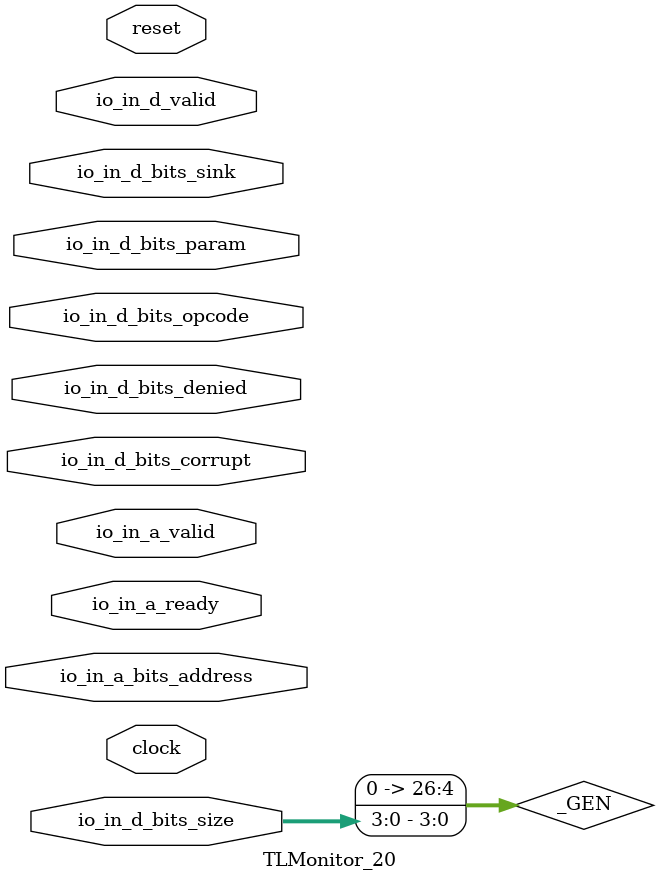
<source format=sv>
`ifndef RANDOMIZE
  `ifdef RANDOMIZE_REG_INIT
    `define RANDOMIZE
  `endif // RANDOMIZE_REG_INIT
`endif // not def RANDOMIZE
`ifndef RANDOMIZE
  `ifdef RANDOMIZE_MEM_INIT
    `define RANDOMIZE
  `endif // RANDOMIZE_MEM_INIT
`endif // not def RANDOMIZE

`ifndef RANDOM
  `define RANDOM $random
`endif // not def RANDOM

// Users can define 'PRINTF_COND' to add an extra gate to prints.
`ifndef PRINTF_COND_
  `ifdef PRINTF_COND
    `define PRINTF_COND_ (`PRINTF_COND)
  `else  // PRINTF_COND
    `define PRINTF_COND_ 1
  `endif // PRINTF_COND
`endif // not def PRINTF_COND_

// Users can define 'ASSERT_VERBOSE_COND' to add an extra gate to assert error printing.
`ifndef ASSERT_VERBOSE_COND_
  `ifdef ASSERT_VERBOSE_COND
    `define ASSERT_VERBOSE_COND_ (`ASSERT_VERBOSE_COND)
  `else  // ASSERT_VERBOSE_COND
    `define ASSERT_VERBOSE_COND_ 1
  `endif // ASSERT_VERBOSE_COND
`endif // not def ASSERT_VERBOSE_COND_

// Users can define 'STOP_COND' to add an extra gate to stop conditions.
`ifndef STOP_COND_
  `ifdef STOP_COND
    `define STOP_COND_ (`STOP_COND)
  `else  // STOP_COND
    `define STOP_COND_ 1
  `endif // STOP_COND
`endif // not def STOP_COND_

// Users can define INIT_RANDOM as general code that gets injected into the
// initializer block for modules with registers.
`ifndef INIT_RANDOM
  `define INIT_RANDOM
`endif // not def INIT_RANDOM

// If using random initialization, you can also define RANDOMIZE_DELAY to
// customize the delay used, otherwise 0.002 is used.
`ifndef RANDOMIZE_DELAY
  `define RANDOMIZE_DELAY 0.002
`endif // not def RANDOMIZE_DELAY

// Define INIT_RANDOM_PROLOG_ for use in our modules below.
`ifndef INIT_RANDOM_PROLOG_
  `ifdef RANDOMIZE
    `ifdef VERILATOR
      `define INIT_RANDOM_PROLOG_ `INIT_RANDOM
    `else  // VERILATOR
      `define INIT_RANDOM_PROLOG_ `INIT_RANDOM #`RANDOMIZE_DELAY begin end
    `endif // VERILATOR
  `else  // RANDOMIZE
    `define INIT_RANDOM_PROLOG_
  `endif // RANDOMIZE
`endif // not def INIT_RANDOM_PROLOG_

module TLMonitor_20(
  input        clock,
               reset,
               io_in_a_ready,
               io_in_a_valid,
  input [30:0] io_in_a_bits_address,
  input        io_in_d_valid,
  input [2:0]  io_in_d_bits_opcode,
  input [1:0]  io_in_d_bits_param,
  input [3:0]  io_in_d_bits_size,
  input        io_in_d_bits_sink,
               io_in_d_bits_denied,
               io_in_d_bits_corrupt
);

  wire [31:0] _plusarg_reader_1_out;	// @[PlusArg.scala:80:11]
  wire [31:0] _plusarg_reader_out;	// @[PlusArg.scala:80:11]
  wire        a_set = io_in_a_ready & io_in_a_valid;	// @[Decoupled.scala:51:35]
  reg  [8:0]  d_first_counter;	// @[Edges.scala:229:27]
  reg  [2:0]  opcode_1;	// @[Monitor.scala:535:22]
  reg  [1:0]  param_1;	// @[Monitor.scala:536:22]
  reg  [3:0]  size_1;	// @[Monitor.scala:537:22]
  reg         source_1;	// @[Monitor.scala:538:22]
  reg         sink;	// @[Monitor.scala:539:22]
  reg         denied;	// @[Monitor.scala:540:22]
  reg         inflight;	// @[Monitor.scala:611:27]
  reg  [3:0]  inflight_opcodes;	// @[Monitor.scala:613:35]
  reg  [7:0]  inflight_sizes;	// @[Monitor.scala:615:33]
  reg  [8:0]  d_first_counter_1;	// @[Edges.scala:229:27]
  wire        d_first_1 = d_first_counter_1 == 9'h0;	// @[Edges.scala:229:27, :231:25]
  wire        d_release_ack = io_in_d_bits_opcode == 3'h6;	// @[Monitor.scala:81:25, :670:46]
  reg  [31:0] watchdog;	// @[Monitor.scala:706:27]
  reg  [8:0]  d_first_counter_2;	// @[Edges.scala:229:27]
  wire        d_first_2 = d_first_counter_2 == 9'h0;	// @[Edges.scala:229:27, :231:25]
  wire [26:0] _GEN = {23'h0, io_in_d_bits_size};	// @[package.scala:235:71]
  wire [26:0] _d_first_beats1_decode_T_1 = 27'hFFF << _GEN;	// @[package.scala:235:71]
  wire [26:0] _d_first_beats1_decode_T_5 = 27'hFFF << _GEN;	// @[package.scala:235:71]
  wire [26:0] _d_first_beats1_decode_T_9 = 27'hFFF << _GEN;	// @[package.scala:235:71]
  wire        d_clr = io_in_d_valid & d_first_1 & ~d_release_ack;	// @[Edges.scala:231:25, Monitor.scala:670:46, :671:74, :675:72]
  wire        _T_1002 = io_in_d_valid & ~(|d_first_counter);	// @[Edges.scala:229:27, :231:25, Monitor.scala:549:20]
  always @(posedge clock) begin
    if (reset) begin
      d_first_counter <= 9'h0;	// @[Edges.scala:229:27]
      inflight <= 1'h0;	// @[Monitor.scala:611:27]
      inflight_opcodes <= 4'h0;	// @[Misc.scala:205:21, Monitor.scala:613:35, :657:77]
      inflight_sizes <= 8'h0;	// @[Monitor.scala:615:33, :745:35]
      d_first_counter_1 <= 9'h0;	// @[Edges.scala:229:27]
      watchdog <= 32'h0;	// @[Monitor.scala:706:27]
      d_first_counter_2 <= 9'h0;	// @[Edges.scala:229:27]
    end
    else begin
      if (io_in_d_valid) begin
        if (|d_first_counter)	// @[Edges.scala:229:27, :231:25]
          d_first_counter <= d_first_counter - 9'h1;	// @[Edges.scala:229:27, :230:28]
        else if (io_in_d_bits_opcode[0])	// @[Edges.scala:106:36]
          d_first_counter <= ~(_d_first_beats1_decode_T_1[11:3]);	// @[Edges.scala:229:27, package.scala:235:{46,71,76}]
        else	// @[Edges.scala:106:36]
          d_first_counter <= 9'h0;	// @[Edges.scala:229:27]
        if (d_first_1) begin	// @[Edges.scala:231:25]
          if (io_in_d_bits_opcode[0])	// @[Edges.scala:106:36]
            d_first_counter_1 <= ~(_d_first_beats1_decode_T_5[11:3]);	// @[Edges.scala:229:27, package.scala:235:{46,71,76}]
          else	// @[Edges.scala:106:36]
            d_first_counter_1 <= 9'h0;	// @[Edges.scala:229:27]
        end
        else	// @[Edges.scala:231:25]
          d_first_counter_1 <= d_first_counter_1 - 9'h1;	// @[Edges.scala:229:27, :230:28]
        if (d_first_2) begin	// @[Edges.scala:231:25]
          if (io_in_d_bits_opcode[0])	// @[Edges.scala:106:36]
            d_first_counter_2 <= ~(_d_first_beats1_decode_T_9[11:3]);	// @[Edges.scala:229:27, package.scala:235:{46,71,76}]
          else	// @[Edges.scala:106:36]
            d_first_counter_2 <= 9'h0;	// @[Edges.scala:229:27]
        end
        else	// @[Edges.scala:231:25]
          d_first_counter_2 <= d_first_counter_2 - 9'h1;	// @[Edges.scala:229:27, :230:28]
      end
      inflight <= (inflight | a_set) & ~d_clr;	// @[Decoupled.scala:51:35, Monitor.scala:611:27, :675:72, :702:{27,36,38}]
      inflight_opcodes <= (inflight_opcodes | (a_set ? {3'h0, a_set} : 4'h0)) & ~{4{d_clr}};	// @[Decoupled.scala:51:35, Misc.scala:205:21, Monitor.scala:613:35, :627:33, :652:72, :656:28, :657:77, :665:33, :675:{72,91}, :677:21, :703:{43,60,62}]
      inflight_sizes <= (inflight_sizes | (a_set ? {3'h0, a_set ? 5'h5 : 5'h0} : 8'h0)) & ~{8{d_clr}};	// @[Decoupled.scala:51:35, Monitor.scala:615:33, :629:31, :645:38, :652:72, :655:{28,59}, :657:28, :667:31, :675:{72,91}, :678:21, :704:{39,54,56}, :745:35]
      if (a_set | io_in_d_valid)	// @[Decoupled.scala:51:35, Monitor.scala:712:27]
        watchdog <= 32'h0;	// @[Monitor.scala:706:27]
      else	// @[Monitor.scala:712:27]
        watchdog <= watchdog + 32'h1;	// @[Monitor.scala:706:27, :711:26]
    end
    if (_T_1002) begin	// @[Monitor.scala:549:20]
      opcode_1 <= io_in_d_bits_opcode;	// @[Monitor.scala:535:22]
      param_1 <= io_in_d_bits_param;	// @[Monitor.scala:536:22]
      size_1 <= io_in_d_bits_size;	// @[Monitor.scala:537:22]
      sink <= io_in_d_bits_sink;	// @[Monitor.scala:539:22]
      denied <= io_in_d_bits_denied;	// @[Monitor.scala:540:22]
    end
    source_1 <= ~_T_1002 & source_1;	// @[Monitor.scala:538:22, :549:{20,32}, :553:15]
  end // always @(posedge)
  `ifndef SYNTHESIS
    wire  [7:0][2:0] _GEN_0 = '{3'h4, 3'h5, 3'h2, 3'h1, 3'h1, 3'h1, 3'h0, 3'h0};	// @[Monitor.scala:690:38]
    wire  [7:0][2:0] _GEN_1 = '{3'h4, 3'h4, 3'h2, 3'h1, 3'h1, 3'h1, 3'h0, 3'h0};	// @[Monitor.scala:689:38]
    wire             mask_eq_2 = ~(io_in_a_bits_address[2]) & ~(io_in_a_bits_address[1]);	// @[Misc.scala:209:26, :210:20, :213:27]
    wire             mask_eq_3 = ~(io_in_a_bits_address[2]) & io_in_a_bits_address[1];	// @[Misc.scala:209:26, :210:20, :213:27]
    wire             mask_eq_4 = io_in_a_bits_address[2] & ~(io_in_a_bits_address[1]);	// @[Misc.scala:209:26, :210:20, :213:27]
    wire             mask_eq_5 = io_in_a_bits_address[2] & io_in_a_bits_address[1];	// @[Misc.scala:209:26, :213:27]
    wire             _GEN_2 = io_in_d_valid & io_in_d_bits_opcode == 3'h6;	// @[Monitor.scala:81:25, :310:{25,52}]
    wire             _GEN_3 = io_in_d_bits_size < 4'h3;	// @[Monitor.scala:312:27]
    wire             _GEN_4 = io_in_d_valid & io_in_d_bits_opcode == 3'h4;	// @[Monitor.scala:104:25, :318:{25,47}]
    wire             _GEN_5 = io_in_d_bits_param == 2'h2;	// @[Bundles.scala:111:27, Monitor.scala:323:28]
    wire             _GEN_6 = io_in_d_valid & io_in_d_bits_opcode == 3'h5;	// @[Monitor.scala:146:25, :328:{25,51}]
    wire             _GEN_7 = io_in_d_valid & ~(|io_in_d_bits_opcode);	// @[Monitor.scala:338:{25,51}]
    wire             _GEN_8 = io_in_d_valid & io_in_d_bits_opcode == 3'h1;	// @[Misc.scala:201:81, Monitor.scala:346:{25,55}]
    wire             _GEN_9 = io_in_d_valid & io_in_d_bits_opcode == 3'h2;	// @[Monitor.scala:354:{25,49}, :640:42]
    wire             _T_976 = io_in_d_valid & (|d_first_counter);	// @[Edges.scala:229:27, :231:25, Monitor.scala:541:19]
    wire             _T_1055 = io_in_d_valid & d_first_1;	// @[Edges.scala:231:25, Monitor.scala:671:26]
    wire             _T_1026 = _T_1055 & ~d_release_ack;	// @[Monitor.scala:670:46, :671:{26,74}, :680:71]
    wire             _GEN_10 = _T_1026 & io_in_a_valid;	// @[Monitor.scala:680:71, :684:30]
    wire             _GEN_11 = _T_1026 & ~io_in_a_valid;	// @[Monitor.scala:680:71, :684:30]
    wire             _T_1112 = io_in_d_valid & d_first_2 & d_release_ack;	// @[Edges.scala:231:25, Monitor.scala:670:46, :791:71]
    always @(posedge clock) begin	// @[Monitor.scala:42:11]
      if (io_in_a_valid & ~reset & ~(io_in_a_bits_address[30:12] == 19'h3 | {io_in_a_bits_address[30:15], io_in_a_bits_address[13:12]} == 18'h0 | {io_in_a_bits_address[30:17] ^ 14'h8, io_in_a_bits_address[15:12]} == 18'h0 | io_in_a_bits_address[30:16] == 15'h200 | io_in_a_bits_address[30:12] == 19'h2010 | io_in_a_bits_address[30:26] == 5'h3 | io_in_a_bits_address[30:12] == 19'h54000)) begin	// @[Monitor.scala:42:11, :706:27, Parameters.scala:137:{31,45,65}, :673:26]
        if (`ASSERT_VERBOSE_COND_)	// @[Monitor.scala:42:11]
          $error("Assertion failed: 'A' channel carries PutFull type which is unexpected using diplomatic parameters (connected at BusWrapper.scala:90:33)\n    at Monitor.scala:42 assert(cond, message)\n");	// @[Monitor.scala:42:11]
        if (`STOP_COND_)	// @[Monitor.scala:42:11]
          $fatal;	// @[Monitor.scala:42:11]
      end
      if (io_in_a_valid & ~reset & (|(io_in_a_bits_address[1:0]))) begin	// @[Edges.scala:21:{16,24}, Monitor.scala:42:11]
        if (`ASSERT_VERBOSE_COND_)	// @[Monitor.scala:42:11]
          $error("Assertion failed: 'A' channel PutFull address not aligned to size (connected at BusWrapper.scala:90:33)\n    at Monitor.scala:42 assert(cond, message)\n");	// @[Monitor.scala:42:11]
        if (`STOP_COND_)	// @[Monitor.scala:42:11]
          $fatal;	// @[Monitor.scala:42:11]
      end
      if (io_in_a_valid & ~reset & {io_in_a_bits_address[2] | mask_eq_5 & io_in_a_bits_address[0], io_in_a_bits_address[2] | mask_eq_5 & ~(io_in_a_bits_address[0]), io_in_a_bits_address[2] | mask_eq_4 & io_in_a_bits_address[0], io_in_a_bits_address[2] | mask_eq_4 & ~(io_in_a_bits_address[0]), ~(io_in_a_bits_address[2]) | mask_eq_3 & io_in_a_bits_address[0], ~(io_in_a_bits_address[2]) | mask_eq_3 & ~(io_in_a_bits_address[0]), ~(io_in_a_bits_address[2]) | mask_eq_2 & io_in_a_bits_address[0], ~(io_in_a_bits_address[2]) | mask_eq_2 & ~(io_in_a_bits_address[0])} != 8'hF) begin	// @[Cat.scala:33:92, Misc.scala:209:26, :210:20, :213:27, :214:29, Monitor.scala:42:11, :119:30]
        if (`ASSERT_VERBOSE_COND_)	// @[Monitor.scala:42:11]
          $error("Assertion failed: 'A' channel PutFull contains invalid mask (connected at BusWrapper.scala:90:33)\n    at Monitor.scala:42 assert(cond, message)\n");	// @[Monitor.scala:42:11]
        if (`STOP_COND_)	// @[Monitor.scala:42:11]
          $fatal;	// @[Monitor.scala:42:11]
      end
      if (io_in_d_valid & ~reset & (&io_in_d_bits_opcode)) begin	// @[Bundles.scala:45:24, Monitor.scala:49:11]
        if (`ASSERT_VERBOSE_COND_)	// @[Monitor.scala:49:11]
          $error("Assertion failed: 'D' channel has invalid opcode (connected at BusWrapper.scala:90:33)\n    at Monitor.scala:49 assert(cond, message)\n");	// @[Monitor.scala:49:11]
        if (`STOP_COND_)	// @[Monitor.scala:49:11]
          $fatal;	// @[Monitor.scala:49:11]
      end
      if (_GEN_2 & ~reset & _GEN_3) begin	// @[Monitor.scala:49:11, :310:52, :312:27]
        if (`ASSERT_VERBOSE_COND_)	// @[Monitor.scala:49:11]
          $error("Assertion failed: 'D' channel ReleaseAck smaller than a beat (connected at BusWrapper.scala:90:33)\n    at Monitor.scala:49 assert(cond, message)\n");	// @[Monitor.scala:49:11]
        if (`STOP_COND_)	// @[Monitor.scala:49:11]
          $fatal;	// @[Monitor.scala:49:11]
      end
      if (_GEN_2 & ~reset & (|io_in_d_bits_param)) begin	// @[Monitor.scala:49:11, :310:52, :313:28]
        if (`ASSERT_VERBOSE_COND_)	// @[Monitor.scala:49:11]
          $error("Assertion failed: 'D' channel ReleaseeAck carries invalid param (connected at BusWrapper.scala:90:33)\n    at Monitor.scala:49 assert(cond, message)\n");	// @[Monitor.scala:49:11]
        if (`STOP_COND_)	// @[Monitor.scala:49:11]
          $fatal;	// @[Monitor.scala:49:11]
      end
      if (_GEN_2 & ~reset & io_in_d_bits_corrupt) begin	// @[Monitor.scala:49:11, :310:52]
        if (`ASSERT_VERBOSE_COND_)	// @[Monitor.scala:49:11]
          $error("Assertion failed: 'D' channel ReleaseAck is corrupt (connected at BusWrapper.scala:90:33)\n    at Monitor.scala:49 assert(cond, message)\n");	// @[Monitor.scala:49:11]
        if (`STOP_COND_)	// @[Monitor.scala:49:11]
          $fatal;	// @[Monitor.scala:49:11]
      end
      if (_GEN_2 & ~reset & io_in_d_bits_denied) begin	// @[Monitor.scala:49:11, :310:52]
        if (`ASSERT_VERBOSE_COND_)	// @[Monitor.scala:49:11]
          $error("Assertion failed: 'D' channel ReleaseAck is denied (connected at BusWrapper.scala:90:33)\n    at Monitor.scala:49 assert(cond, message)\n");	// @[Monitor.scala:49:11]
        if (`STOP_COND_)	// @[Monitor.scala:49:11]
          $fatal;	// @[Monitor.scala:49:11]
      end
      if (_GEN_4 & ~reset) begin	// @[Monitor.scala:49:11, :318:47]
        if (`ASSERT_VERBOSE_COND_)	// @[Monitor.scala:49:11]
          $error("Assertion failed: 'D' channel Grant carries invalid sink ID (connected at BusWrapper.scala:90:33)\n    at Monitor.scala:49 assert(cond, message)\n");	// @[Monitor.scala:49:11]
        if (`STOP_COND_)	// @[Monitor.scala:49:11]
          $fatal;	// @[Monitor.scala:49:11]
      end
      if (_GEN_4 & ~reset & _GEN_3) begin	// @[Monitor.scala:49:11, :312:27, :318:47]
        if (`ASSERT_VERBOSE_COND_)	// @[Monitor.scala:49:11]
          $error("Assertion failed: 'D' channel Grant smaller than a beat (connected at BusWrapper.scala:90:33)\n    at Monitor.scala:49 assert(cond, message)\n");	// @[Monitor.scala:49:11]
        if (`STOP_COND_)	// @[Monitor.scala:49:11]
          $fatal;	// @[Monitor.scala:49:11]
      end
      if (_GEN_4 & ~reset & (&io_in_d_bits_param)) begin	// @[Bundles.scala:105:26, Monitor.scala:49:11, :318:47]
        if (`ASSERT_VERBOSE_COND_)	// @[Monitor.scala:49:11]
          $error("Assertion failed: 'D' channel Grant carries invalid cap param (connected at BusWrapper.scala:90:33)\n    at Monitor.scala:49 assert(cond, message)\n");	// @[Monitor.scala:49:11]
        if (`STOP_COND_)	// @[Monitor.scala:49:11]
          $fatal;	// @[Monitor.scala:49:11]
      end
      if (_GEN_4 & ~reset & _GEN_5) begin	// @[Monitor.scala:49:11, :318:47, :323:28]
        if (`ASSERT_VERBOSE_COND_)	// @[Monitor.scala:49:11]
          $error("Assertion failed: 'D' channel Grant carries toN param (connected at BusWrapper.scala:90:33)\n    at Monitor.scala:49 assert(cond, message)\n");	// @[Monitor.scala:49:11]
        if (`STOP_COND_)	// @[Monitor.scala:49:11]
          $fatal;	// @[Monitor.scala:49:11]
      end
      if (_GEN_4 & ~reset & io_in_d_bits_corrupt) begin	// @[Monitor.scala:49:11, :318:47]
        if (`ASSERT_VERBOSE_COND_)	// @[Monitor.scala:49:11]
          $error("Assertion failed: 'D' channel Grant is corrupt (connected at BusWrapper.scala:90:33)\n    at Monitor.scala:49 assert(cond, message)\n");	// @[Monitor.scala:49:11]
        if (`STOP_COND_)	// @[Monitor.scala:49:11]
          $fatal;	// @[Monitor.scala:49:11]
      end
      if (_GEN_6 & ~reset) begin	// @[Monitor.scala:49:11, :328:51]
        if (`ASSERT_VERBOSE_COND_)	// @[Monitor.scala:49:11]
          $error("Assertion failed: 'D' channel GrantData carries invalid sink ID (connected at BusWrapper.scala:90:33)\n    at Monitor.scala:49 assert(cond, message)\n");	// @[Monitor.scala:49:11]
        if (`STOP_COND_)	// @[Monitor.scala:49:11]
          $fatal;	// @[Monitor.scala:49:11]
      end
      if (_GEN_6 & ~reset & _GEN_3) begin	// @[Monitor.scala:49:11, :312:27, :328:51]
        if (`ASSERT_VERBOSE_COND_)	// @[Monitor.scala:49:11]
          $error("Assertion failed: 'D' channel GrantData smaller than a beat (connected at BusWrapper.scala:90:33)\n    at Monitor.scala:49 assert(cond, message)\n");	// @[Monitor.scala:49:11]
        if (`STOP_COND_)	// @[Monitor.scala:49:11]
          $fatal;	// @[Monitor.scala:49:11]
      end
      if (_GEN_6 & ~reset & (&io_in_d_bits_param)) begin	// @[Bundles.scala:105:26, Monitor.scala:49:11, :328:51]
        if (`ASSERT_VERBOSE_COND_)	// @[Monitor.scala:49:11]
          $error("Assertion failed: 'D' channel GrantData carries invalid cap param (connected at BusWrapper.scala:90:33)\n    at Monitor.scala:49 assert(cond, message)\n");	// @[Monitor.scala:49:11]
        if (`STOP_COND_)	// @[Monitor.scala:49:11]
          $fatal;	// @[Monitor.scala:49:11]
      end
      if (_GEN_6 & ~reset & _GEN_5) begin	// @[Monitor.scala:49:11, :323:28, :328:51]
        if (`ASSERT_VERBOSE_COND_)	// @[Monitor.scala:49:11]
          $error("Assertion failed: 'D' channel GrantData carries toN param (connected at BusWrapper.scala:90:33)\n    at Monitor.scala:49 assert(cond, message)\n");	// @[Monitor.scala:49:11]
        if (`STOP_COND_)	// @[Monitor.scala:49:11]
          $fatal;	// @[Monitor.scala:49:11]
      end
      if (_GEN_6 & ~reset & ~(~io_in_d_bits_denied | io_in_d_bits_corrupt)) begin	// @[Monitor.scala:49:11, :328:51, :334:{15,30}]
        if (`ASSERT_VERBOSE_COND_)	// @[Monitor.scala:49:11]
          $error("Assertion failed: 'D' channel GrantData is denied but not corrupt (connected at BusWrapper.scala:90:33)\n    at Monitor.scala:49 assert(cond, message)\n");	// @[Monitor.scala:49:11]
        if (`STOP_COND_)	// @[Monitor.scala:49:11]
          $fatal;	// @[Monitor.scala:49:11]
      end
      if (_GEN_7 & ~reset & (|io_in_d_bits_param)) begin	// @[Monitor.scala:49:11, :338:51, :341:28]
        if (`ASSERT_VERBOSE_COND_)	// @[Monitor.scala:49:11]
          $error("Assertion failed: 'D' channel AccessAck carries invalid param (connected at BusWrapper.scala:90:33)\n    at Monitor.scala:49 assert(cond, message)\n");	// @[Monitor.scala:49:11]
        if (`STOP_COND_)	// @[Monitor.scala:49:11]
          $fatal;	// @[Monitor.scala:49:11]
      end
      if (_GEN_7 & ~reset & io_in_d_bits_corrupt) begin	// @[Monitor.scala:49:11, :338:51]
        if (`ASSERT_VERBOSE_COND_)	// @[Monitor.scala:49:11]
          $error("Assertion failed: 'D' channel AccessAck is corrupt (connected at BusWrapper.scala:90:33)\n    at Monitor.scala:49 assert(cond, message)\n");	// @[Monitor.scala:49:11]
        if (`STOP_COND_)	// @[Monitor.scala:49:11]
          $fatal;	// @[Monitor.scala:49:11]
      end
      if (_GEN_8 & ~reset & (|io_in_d_bits_param)) begin	// @[Monitor.scala:49:11, :346:55, :349:28]
        if (`ASSERT_VERBOSE_COND_)	// @[Monitor.scala:49:11]
          $error("Assertion failed: 'D' channel AccessAckData carries invalid param (connected at BusWrapper.scala:90:33)\n    at Monitor.scala:49 assert(cond, message)\n");	// @[Monitor.scala:49:11]
        if (`STOP_COND_)	// @[Monitor.scala:49:11]
          $fatal;	// @[Monitor.scala:49:11]
      end
      if (_GEN_8 & ~reset & ~(~io_in_d_bits_denied | io_in_d_bits_corrupt)) begin	// @[Monitor.scala:49:11, :346:55, :350:{15,30}]
        if (`ASSERT_VERBOSE_COND_)	// @[Monitor.scala:49:11]
          $error("Assertion failed: 'D' channel AccessAckData is denied but not corrupt (connected at BusWrapper.scala:90:33)\n    at Monitor.scala:49 assert(cond, message)\n");	// @[Monitor.scala:49:11]
        if (`STOP_COND_)	// @[Monitor.scala:49:11]
          $fatal;	// @[Monitor.scala:49:11]
      end
      if (_GEN_9 & ~reset & (|io_in_d_bits_param)) begin	// @[Monitor.scala:49:11, :354:49, :357:28]
        if (`ASSERT_VERBOSE_COND_)	// @[Monitor.scala:49:11]
          $error("Assertion failed: 'D' channel HintAck carries invalid param (connected at BusWrapper.scala:90:33)\n    at Monitor.scala:49 assert(cond, message)\n");	// @[Monitor.scala:49:11]
        if (`STOP_COND_)	// @[Monitor.scala:49:11]
          $fatal;	// @[Monitor.scala:49:11]
      end
      if (_GEN_9 & ~reset & io_in_d_bits_corrupt) begin	// @[Monitor.scala:49:11, :354:49]
        if (`ASSERT_VERBOSE_COND_)	// @[Monitor.scala:49:11]
          $error("Assertion failed: 'D' channel HintAck is corrupt (connected at BusWrapper.scala:90:33)\n    at Monitor.scala:49 assert(cond, message)\n");	// @[Monitor.scala:49:11]
        if (`STOP_COND_)	// @[Monitor.scala:49:11]
          $fatal;	// @[Monitor.scala:49:11]
      end
      if (_T_976 & ~reset & io_in_d_bits_opcode != opcode_1) begin	// @[Monitor.scala:49:11, :535:22, :541:19, :542:29]
        if (`ASSERT_VERBOSE_COND_)	// @[Monitor.scala:49:11]
          $error("Assertion failed: 'D' channel opcode changed within multibeat operation (connected at BusWrapper.scala:90:33)\n    at Monitor.scala:49 assert(cond, message)\n");	// @[Monitor.scala:49:11]
        if (`STOP_COND_)	// @[Monitor.scala:49:11]
          $fatal;	// @[Monitor.scala:49:11]
      end
      if (_T_976 & ~reset & io_in_d_bits_param != param_1) begin	// @[Monitor.scala:49:11, :536:22, :541:19, :543:29]
        if (`ASSERT_VERBOSE_COND_)	// @[Monitor.scala:49:11]
          $error("Assertion failed: 'D' channel param changed within multibeat operation (connected at BusWrapper.scala:90:33)\n    at Monitor.scala:49 assert(cond, message)\n");	// @[Monitor.scala:49:11]
        if (`STOP_COND_)	// @[Monitor.scala:49:11]
          $fatal;	// @[Monitor.scala:49:11]
      end
      if (_T_976 & ~reset & io_in_d_bits_size != size_1) begin	// @[Monitor.scala:49:11, :537:22, :541:19, :544:29]
        if (`ASSERT_VERBOSE_COND_)	// @[Monitor.scala:49:11]
          $error("Assertion failed: 'D' channel size changed within multibeat operation (connected at BusWrapper.scala:90:33)\n    at Monitor.scala:49 assert(cond, message)\n");	// @[Monitor.scala:49:11]
        if (`STOP_COND_)	// @[Monitor.scala:49:11]
          $fatal;	// @[Monitor.scala:49:11]
      end
      if (_T_976 & ~reset & source_1) begin	// @[Monitor.scala:49:11, :538:22, :541:19]
        if (`ASSERT_VERBOSE_COND_)	// @[Monitor.scala:49:11]
          $error("Assertion failed: 'D' channel source changed within multibeat operation (connected at BusWrapper.scala:90:33)\n    at Monitor.scala:49 assert(cond, message)\n");	// @[Monitor.scala:49:11]
        if (`STOP_COND_)	// @[Monitor.scala:49:11]
          $fatal;	// @[Monitor.scala:49:11]
      end
      if (_T_976 & ~reset & io_in_d_bits_sink != sink) begin	// @[Monitor.scala:49:11, :539:22, :541:19, :546:29]
        if (`ASSERT_VERBOSE_COND_)	// @[Monitor.scala:49:11]
          $error("Assertion failed: 'D' channel sink changed with multibeat operation (connected at BusWrapper.scala:90:33)\n    at Monitor.scala:49 assert(cond, message)\n");	// @[Monitor.scala:49:11]
        if (`STOP_COND_)	// @[Monitor.scala:49:11]
          $fatal;	// @[Monitor.scala:49:11]
      end
      if (_T_976 & ~reset & io_in_d_bits_denied != denied) begin	// @[Monitor.scala:49:11, :540:22, :541:19, :547:29]
        if (`ASSERT_VERBOSE_COND_)	// @[Monitor.scala:49:11]
          $error("Assertion failed: 'D' channel denied changed with multibeat operation (connected at BusWrapper.scala:90:33)\n    at Monitor.scala:49 assert(cond, message)\n");	// @[Monitor.scala:49:11]
        if (`STOP_COND_)	// @[Monitor.scala:49:11]
          $fatal;	// @[Monitor.scala:49:11]
      end
      if (a_set & ~reset & inflight) begin	// @[Decoupled.scala:51:35, Monitor.scala:42:11, :611:27]
        if (`ASSERT_VERBOSE_COND_)	// @[Monitor.scala:42:11]
          $error("Assertion failed: 'A' channel re-used a source ID (connected at BusWrapper.scala:90:33)\n    at Monitor.scala:42 assert(cond, message)\n");	// @[Monitor.scala:42:11]
        if (`STOP_COND_)	// @[Monitor.scala:42:11]
          $fatal;	// @[Monitor.scala:42:11]
      end
      if (_T_1026 & ~reset & ~(inflight | io_in_a_valid)) begin	// @[Monitor.scala:49:11, :611:27, :680:71, :682:49]
        if (`ASSERT_VERBOSE_COND_)	// @[Monitor.scala:49:11]
          $error("Assertion failed: 'D' channel acknowledged for nothing inflight (connected at BusWrapper.scala:90:33)\n    at Monitor.scala:49 assert(cond, message)\n");	// @[Monitor.scala:49:11]
        if (`STOP_COND_)	// @[Monitor.scala:49:11]
          $fatal;	// @[Monitor.scala:49:11]
      end
      if (_GEN_10 & ~reset & ~(~(|io_in_d_bits_opcode) | ~(|io_in_d_bits_opcode))) begin	// @[Monitor.scala:49:11, :338:25, :684:30, :685:{38,77}, :686:39]
        if (`ASSERT_VERBOSE_COND_)	// @[Monitor.scala:49:11]
          $error("Assertion failed: 'D' channel contains improper opcode response (connected at BusWrapper.scala:90:33)\n    at Monitor.scala:49 assert(cond, message)\n");	// @[Monitor.scala:49:11]
        if (`STOP_COND_)	// @[Monitor.scala:49:11]
          $fatal;	// @[Monitor.scala:49:11]
      end
      if (_GEN_10 & ~reset & io_in_d_bits_size != 4'h2) begin	// @[Monitor.scala:49:11, :684:30, :687:36]
        if (`ASSERT_VERBOSE_COND_)	// @[Monitor.scala:49:11]
          $error("Assertion failed: 'D' channel contains improper response size (connected at BusWrapper.scala:90:33)\n    at Monitor.scala:49 assert(cond, message)\n");	// @[Monitor.scala:49:11]
        if (`STOP_COND_)	// @[Monitor.scala:49:11]
          $fatal;	// @[Monitor.scala:49:11]
      end
      if (_GEN_11 & ~reset & ~(io_in_d_bits_opcode == _GEN_1[inflight_opcodes[3:1]] | io_in_d_bits_opcode == _GEN_0[inflight_opcodes[3:1]])) begin	// @[Monitor.scala:42:11, :49:11, :613:35, :634:152, :684:30, :689:{38,72}, :690:38]
        if (`ASSERT_VERBOSE_COND_)	// @[Monitor.scala:49:11]
          $error("Assertion failed: 'D' channel contains improper opcode response (connected at BusWrapper.scala:90:33)\n    at Monitor.scala:49 assert(cond, message)\n");	// @[Monitor.scala:49:11]
        if (`STOP_COND_)	// @[Monitor.scala:49:11]
          $fatal;	// @[Monitor.scala:49:11]
      end
      if (_GEN_11 & ~reset & {4'h0, io_in_d_bits_size} != {1'h0, inflight_sizes[7:1]}) begin	// @[Misc.scala:205:21, Monitor.scala:42:11, :49:11, :615:33, :638:{19,144}, :657:77, :684:30, :691:36]
        if (`ASSERT_VERBOSE_COND_)	// @[Monitor.scala:49:11]
          $error("Assertion failed: 'D' channel contains improper response size (connected at BusWrapper.scala:90:33)\n    at Monitor.scala:49 assert(cond, message)\n");	// @[Monitor.scala:49:11]
        if (`STOP_COND_)	// @[Monitor.scala:49:11]
          $fatal;	// @[Monitor.scala:49:11]
      end
      if (_T_1055 & io_in_a_valid & ~d_release_ack & ~reset & ~io_in_a_ready) begin	// @[Monitor.scala:49:11, :670:46, :671:{26,74}]
        if (`ASSERT_VERBOSE_COND_)	// @[Monitor.scala:49:11]
          $error("Assertion failed: ready check\n    at Monitor.scala:49 assert(cond, message)\n");	// @[Monitor.scala:49:11]
        if (`STOP_COND_)	// @[Monitor.scala:49:11]
          $fatal;	// @[Monitor.scala:49:11]
      end
      if (~reset & ~(io_in_a_valid != (_T_1055 & ~d_release_ack) | ~io_in_a_valid)) begin	// @[Monitor.scala:49:11, :670:46, :671:{26,71,74}, :699:{29,48,51}]
        if (`ASSERT_VERBOSE_COND_)	// @[Monitor.scala:49:11]
          $error("Assertion failed: 'A' and 'D' concurrent, despite minlatency 2 (connected at BusWrapper.scala:90:33)\n    at Monitor.scala:49 assert(cond, message)\n");	// @[Monitor.scala:49:11]
        if (`STOP_COND_)	// @[Monitor.scala:49:11]
          $fatal;	// @[Monitor.scala:49:11]
      end
      if (~reset & ~(~inflight | _plusarg_reader_out == 32'h0 | watchdog < _plusarg_reader_out)) begin	// @[Monitor.scala:42:11, :611:27, :706:27, :709:{16,39,47,59}, PlusArg.scala:80:11]
        if (`ASSERT_VERBOSE_COND_)	// @[Monitor.scala:42:11]
          $error("Assertion failed: TileLink timeout expired (connected at BusWrapper.scala:90:33)\n    at Monitor.scala:42 assert(cond, message)\n");	// @[Monitor.scala:42:11]
        if (`STOP_COND_)	// @[Monitor.scala:42:11]
          $fatal;	// @[Monitor.scala:42:11]
      end
      if (_T_1112 & ~reset) begin	// @[Monitor.scala:49:11, :791:71]
        if (`ASSERT_VERBOSE_COND_)	// @[Monitor.scala:49:11]
          $error("Assertion failed: 'D' channel acknowledged for nothing inflight (connected at BusWrapper.scala:90:33)\n    at Monitor.scala:49 assert(cond, message)\n");	// @[Monitor.scala:49:11]
        if (`STOP_COND_)	// @[Monitor.scala:49:11]
          $fatal;	// @[Monitor.scala:49:11]
      end
      if (_T_1112 & ~reset & (|io_in_d_bits_size)) begin	// @[Monitor.scala:49:11, :791:71, :797:36]
        if (`ASSERT_VERBOSE_COND_)	// @[Monitor.scala:49:11]
          $error("Assertion failed: 'D' channel contains improper response size (connected at BusWrapper.scala:90:33)\n    at Monitor.scala:49 assert(cond, message)\n");	// @[Monitor.scala:49:11]
        if (`STOP_COND_)	// @[Monitor.scala:49:11]
          $fatal;	// @[Monitor.scala:49:11]
      end
    end // always @(posedge)
    `ifdef FIRRTL_BEFORE_INITIAL
      `FIRRTL_BEFORE_INITIAL
    `endif // FIRRTL_BEFORE_INITIAL
    logic [31:0]     _RANDOM_0;
    logic [31:0]     _RANDOM_1;
    logic [31:0]     _RANDOM_2;
    logic [31:0]     _RANDOM_3;
    logic [31:0]     _RANDOM_4;
    logic [31:0]     _RANDOM_5;
    initial begin
      `ifdef INIT_RANDOM_PROLOG_
        `INIT_RANDOM_PROLOG_
      `endif // INIT_RANDOM_PROLOG_
      `ifdef RANDOMIZE_REG_INIT
        _RANDOM_0 = `RANDOM;
        _RANDOM_1 = `RANDOM;
        _RANDOM_2 = `RANDOM;
        _RANDOM_3 = `RANDOM;
        _RANDOM_4 = `RANDOM;
        _RANDOM_5 = `RANDOM;
        d_first_counter = _RANDOM_1[27:19];	// @[Edges.scala:229:27]
        opcode_1 = _RANDOM_1[30:28];	// @[Edges.scala:229:27, Monitor.scala:535:22]
        param_1 = {_RANDOM_1[31], _RANDOM_2[0]};	// @[Edges.scala:229:27, Monitor.scala:536:22]
        size_1 = _RANDOM_2[4:1];	// @[Monitor.scala:536:22, :537:22]
        source_1 = _RANDOM_2[5];	// @[Monitor.scala:536:22, :538:22]
        sink = _RANDOM_2[6];	// @[Monitor.scala:536:22, :539:22]
        denied = _RANDOM_2[7];	// @[Monitor.scala:536:22, :540:22]
        inflight = _RANDOM_2[8];	// @[Monitor.scala:536:22, :611:27]
        inflight_opcodes = _RANDOM_2[12:9];	// @[Monitor.scala:536:22, :613:35]
        inflight_sizes = _RANDOM_2[20:13];	// @[Monitor.scala:536:22, :615:33]
        d_first_counter_1 = {_RANDOM_2[31:30], _RANDOM_3[6:0]};	// @[Edges.scala:229:27, Monitor.scala:536:22]
        watchdog = {_RANDOM_3[31:7], _RANDOM_4[6:0]};	// @[Edges.scala:229:27, Monitor.scala:706:27]
        d_first_counter_2 = {_RANDOM_4[31:29], _RANDOM_5[5:0]};	// @[Edges.scala:229:27, Monitor.scala:706:27]
      `endif // RANDOMIZE_REG_INIT
    end // initial
    `ifdef FIRRTL_AFTER_INITIAL
      `FIRRTL_AFTER_INITIAL
    `endif // FIRRTL_AFTER_INITIAL
  `endif // not def SYNTHESIS
  plusarg_reader #(
    .FORMAT("tilelink_timeout=%d"),
    .DEFAULT(0),
    .WIDTH(32)
  ) plusarg_reader (	// @[PlusArg.scala:80:11]
    .out (_plusarg_reader_out)
  );
  plusarg_reader #(
    .FORMAT("tilelink_timeout=%d"),
    .DEFAULT(0),
    .WIDTH(32)
  ) plusarg_reader_1 (	// @[PlusArg.scala:80:11]
    .out (_plusarg_reader_1_out)
  );
endmodule


</source>
